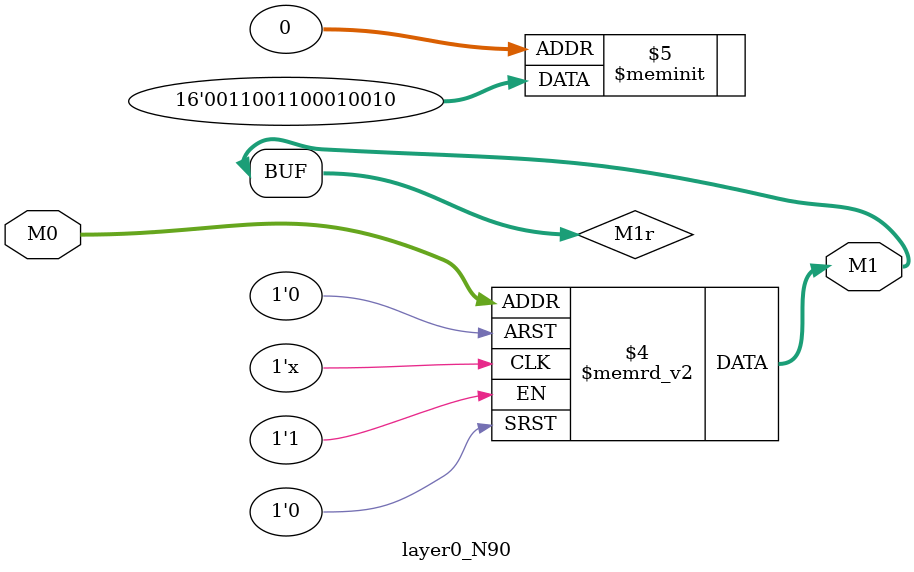
<source format=v>
module layer0_N90 ( input [2:0] M0, output [1:0] M1 );

	(*rom_style = "distributed" *) reg [1:0] M1r;
	assign M1 = M1r;
	always @ (M0) begin
		case (M0)
			3'b000: M1r = 2'b10;
			3'b100: M1r = 2'b11;
			3'b010: M1r = 2'b01;
			3'b110: M1r = 2'b11;
			3'b001: M1r = 2'b00;
			3'b101: M1r = 2'b00;
			3'b011: M1r = 2'b00;
			3'b111: M1r = 2'b00;

		endcase
	end
endmodule

</source>
